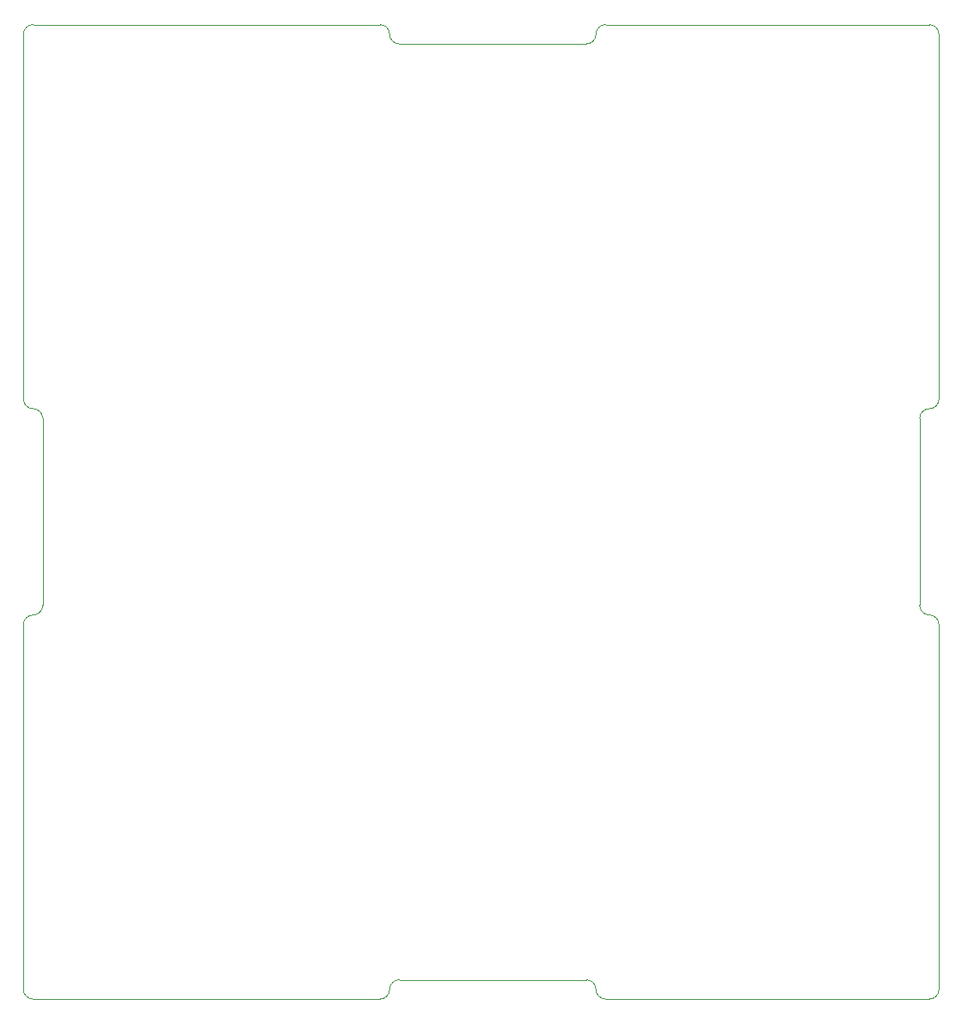
<source format=gbr>
G04 #@! TF.GenerationSoftware,KiCad,Pcbnew,5.1.9*
G04 #@! TF.CreationDate,2021-03-03T13:13:51+01:00*
G04 #@! TF.ProjectId,board_sierra,626f6172-645f-4736-9965-7272612e6b69,v1.1*
G04 #@! TF.SameCoordinates,PX1903cf0PY6c69e80*
G04 #@! TF.FileFunction,Other,User*
%FSLAX46Y46*%
G04 Gerber Fmt 4.6, Leading zero omitted, Abs format (unit mm)*
G04 Created by KiCad (PCBNEW 5.1.9) date 2021-03-03 13:13:51*
%MOMM*%
%LPD*%
G01*
G04 APERTURE LIST*
G04 #@! TA.AperFunction,Profile*
%ADD10C,0.100000*%
G04 #@! TD*
G04 APERTURE END LIST*
D10*
X50355500Y88900000D02*
G75*
G03*
X51308000Y89852500I0J952500D01*
G01*
X31940500Y88900000D02*
X50355500Y88900000D01*
X52260500Y90805000D02*
X84137500Y90805000D01*
X30988000Y89852500D02*
G75*
G03*
X30035500Y90805000I-952500J0D01*
G01*
X30988000Y89852500D02*
G75*
G03*
X31940500Y88900000I952500J0D01*
G01*
X-4127500Y90805000D02*
X30035500Y90805000D01*
X52260500Y90805000D02*
G75*
G03*
X51308000Y89852500I0J-952500D01*
G01*
X52260500Y-5080000D02*
X84137500Y-5080000D01*
X31940500Y-3175000D02*
X50355500Y-3175000D01*
X-4127500Y-5080000D02*
X30035500Y-5080000D01*
X52260500Y-5080000D02*
G75*
G02*
X51308000Y-4127500I0J952500D01*
G01*
X50355500Y-3175000D02*
G75*
G02*
X51308000Y-4127500I0J-952500D01*
G01*
X30988000Y-4127500D02*
G75*
G02*
X31940500Y-3175000I952500J0D01*
G01*
X30988000Y-4127500D02*
G75*
G02*
X30035500Y-5080000I-952500J0D01*
G01*
X84137500Y53009800D02*
G75*
G03*
X83185000Y52057300I0J-952500D01*
G01*
X85090000Y89852500D02*
X85090000Y53962300D01*
X83185000Y52057300D02*
X83185000Y33667700D01*
X85090000Y31762700D02*
X85090000Y-4127500D01*
X83185000Y33667700D02*
G75*
G03*
X84137500Y32715200I952500J0D01*
G01*
X85090000Y31762700D02*
G75*
G03*
X84137500Y32715200I-952500J0D01*
G01*
X84137500Y53009800D02*
G75*
G03*
X85090000Y53962300I0J952500D01*
G01*
X85090000Y-4127500D02*
G75*
G02*
X84137500Y-5080000I-952500J0D01*
G01*
X84137500Y90805000D02*
G75*
G02*
X85090000Y89852500I0J-952500D01*
G01*
X-5080000Y31762700D02*
X-5080000Y-4127500D01*
X-5080000Y89852500D02*
X-5080000Y53962300D01*
X-5080000Y89852500D02*
G75*
G02*
X-4127500Y90805000I952500J0D01*
G01*
X-3175000Y52057300D02*
X-3175000Y33667700D01*
X-4127500Y53009800D02*
G75*
G02*
X-5080000Y53962300I0J952500D01*
G01*
X-4127500Y53009800D02*
G75*
G02*
X-3175000Y52057300I0J-952500D01*
G01*
X-3175000Y33667700D02*
G75*
G02*
X-4127500Y32715200I-952500J0D01*
G01*
X-5080000Y31762700D02*
G75*
G02*
X-4127500Y32715200I952500J0D01*
G01*
X-4127500Y-5080000D02*
G75*
G02*
X-5080000Y-4127500I0J952500D01*
G01*
M02*

</source>
